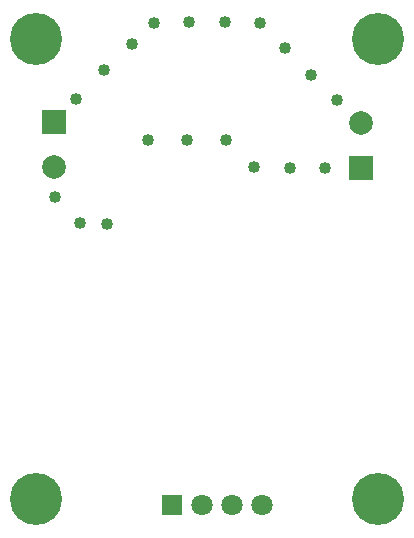
<source format=gbs>
%FSLAX24Y24*%
%MOIN*%
G70*
G01*
G75*
G04 Layer_Color=16711935*
%ADD10R,0.1024X0.0433*%
%ADD11R,0.0512X0.0591*%
%ADD12R,0.0591X0.0984*%
%ADD13R,0.2205X0.2677*%
%ADD14R,0.0591X0.0512*%
%ADD15R,0.0709X0.0906*%
%ADD16R,0.0551X0.0669*%
%ADD17C,0.0600*%
%ADD18C,0.0300*%
%ADD19C,0.0120*%
%ADD20C,0.0160*%
%ADD21C,0.1654*%
%ADD22C,0.0630*%
%ADD23R,0.0630X0.0630*%
%ADD24C,0.0709*%
%ADD25R,0.0709X0.0709*%
%ADD26C,0.0320*%
%ADD27C,0.0098*%
%ADD28C,0.0236*%
%ADD29C,0.0100*%
%ADD30C,0.0079*%
%ADD31C,0.0080*%
%ADD32C,0.0080*%
%ADD33C,0.0060*%
%ADD34C,0.0070*%
%ADD35R,0.1104X0.0513*%
%ADD36R,0.0592X0.0671*%
%ADD37R,0.0671X0.1064*%
%ADD38R,0.2285X0.2757*%
%ADD39R,0.0671X0.0592*%
%ADD40R,0.0789X0.0986*%
%ADD41R,0.0631X0.0749*%
%ADD42C,0.1734*%
%ADD43C,0.0710*%
%ADD44R,0.0710X0.0710*%
%ADD45C,0.0789*%
%ADD46R,0.0789X0.0789*%
%ADD47C,0.0400*%
D42*
X1181Y16535D02*
D03*
Y1181D02*
D03*
X12598Y16535D02*
D03*
Y1181D02*
D03*
D43*
X8709Y984D02*
D03*
X7709D02*
D03*
X6709D02*
D03*
D44*
X5709D02*
D03*
D45*
X1772Y12256D02*
D03*
X12008Y13705D02*
D03*
D46*
X1772Y13756D02*
D03*
X12008Y12205D02*
D03*
D47*
X3543Y10354D02*
D03*
X2638Y10394D02*
D03*
X10827Y12205D02*
D03*
X8465Y12244D02*
D03*
X7520Y13150D02*
D03*
X6220D02*
D03*
X4921D02*
D03*
X9646Y12205D02*
D03*
X10354Y15315D02*
D03*
X9488Y16220D02*
D03*
X11220Y14488D02*
D03*
X7480Y17087D02*
D03*
X6299D02*
D03*
X5118Y17047D02*
D03*
X3465Y15472D02*
D03*
X4370Y16339D02*
D03*
X1811Y11260D02*
D03*
X8661Y17047D02*
D03*
X2520Y14528D02*
D03*
M02*

</source>
